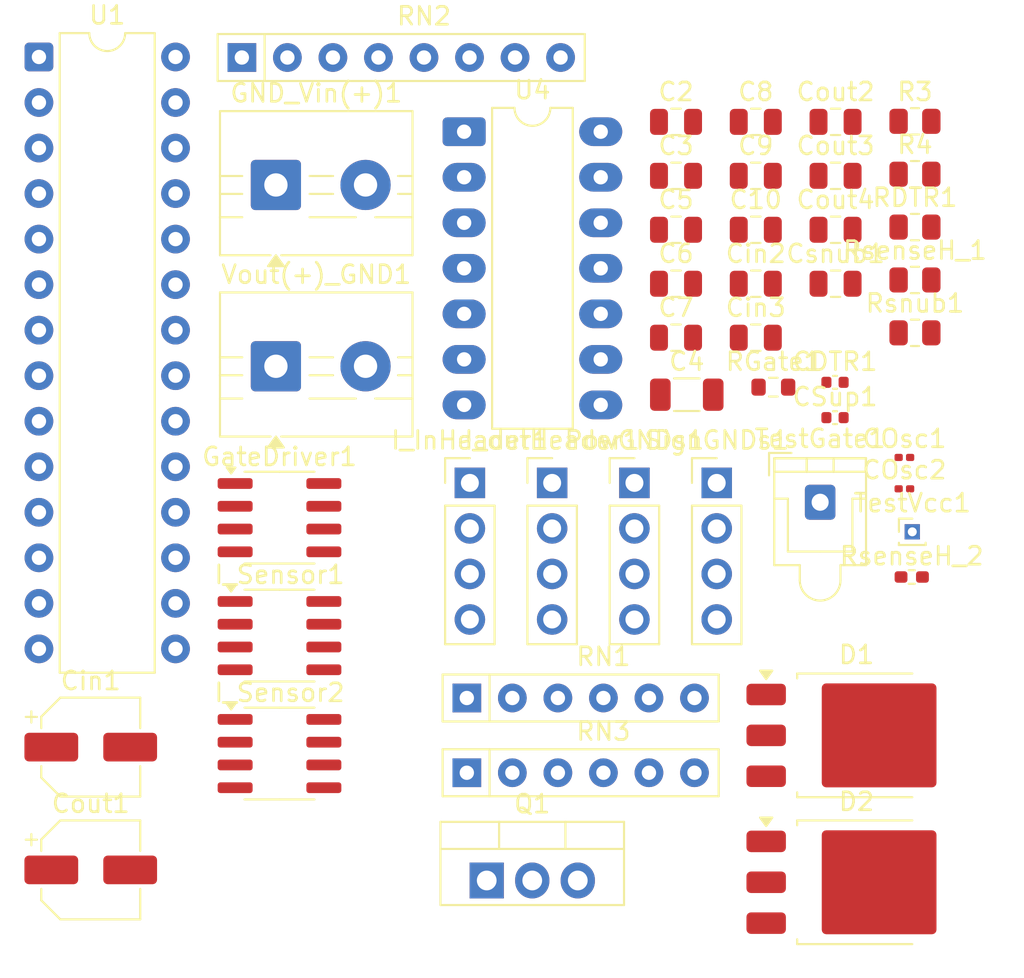
<source format=kicad_pcb>
(kicad_pcb (version 20241229) (generator "pcbnew") (generator_version "9.0")
  (layers (0 "F.Cu" signal) (2 "B.Cu" signal) (13 "F.Paste" user) (15 "B.Paste" user) (5 "F.SilkS" user "F.Silkscreen") (7 "B.SilkS" user "B.Silkscreen") (1 "F.Mask" user) (3 "B.Mask" user) (25 "Edge.Cuts" user))
  (net 0 "")
  (net 1 "/+5Vcc")
  (net 2 "AGND")
  (net 3 "Net-(I_Sensor1-FILTER)")
  (net 4 "PGND")
  (net 5 "/+10Vcc")
  (net 6 "Net-(I_Sensor2-FILTER)")
  (net 7 "Net-(MAX6765-ENABLE)")
  (net 8 "Net-(MAX6765-OUT)")
  (net 9 "/DTR")
  (net 10 "/!Reset")
  (net 11 "Net-(D1-A)")
  (net 12 "/Vin(+)")
  (net 13 "Net-(U1-XTAL2{slash}PB7)")
  (net 14 "Net-(U1-XTAL1{slash}PB6)")
  (net 15 "Net-(D2-K)")
  (net 16 "Net-(T1-SA)")
  (net 17 "Net-(D1-K)")
  (net 18 "Net-(D2-A)")
  (net 20 "/PWM")
  (net 22 "Net-(GateDriver1-~{OUT_A})")
  (net 25 "Net-(I_outHeader1-Pin_1)")
  (net 26 "Net-(T1-AA)")
  (net 27 "/IH")
  (net 28 "/IL")
  (net 29 "Net-(Q1-G)")
  (net 30 "Net-(UC3836D1-Feedback)")
  (net 37 "/Red1")
  (net 38 "/Green1")
  (net 39 "Net-(D3-A1)")
  (net 40 "Net-(D3-A2)")
  (net 41 "Net-(D4-A2)")
  (net 42 "/Red2")
  (net 43 "/Green2")
  (net 44 "Net-(D4-A1)")
  (net 51 "/VH")
  (net 53 "/VL")
  (net 54 "/SCLK")
  (net 58 "/!SS")
  (net 59 "/MOSI")
  (net 60 "/RXD")
  (net 62 "/TXD")
  (net 63 "/ProReset")
  (net 64 "/MISO")
  (footprint "Capacitor_SMD:C_0201_0603Metric" (layer "F.Cu") (at 130.235 68.525)
    (property "Reference" "COsc2" (at 0 -1.05 0) (layer "F.SilkS"))
    (property "Value" "22pF")
    (pad "1" smd roundrect (at -0.32 0) (size 0.46 0.4) (layers "F.Cu" "F.Mask") (net 2 "AGND"))
    (pad "2" smd roundrect (at 0.32 0) (size 0.46 0.4) (layers "F.Cu" "F.Mask") (net 14 "Net-(U1-XTAL1{slash}PB6)"))
  )
  (footprint "Capacitor_SMD:C_0805_2012Metric" (layer "F.Cu") (at 121.945 48.055)
    (property "Reference" "C8" (at 0 -1.68 0) (layer "F.SilkS"))
    (property "Value" "0.1u")
    (fp_line (start -0.261252 -0.735) (end 0.261252 -0.735) (stroke (width 0.12)) (layer "F.SilkS"))
    (fp_line (start -0.261252 0.735) (end 0.261252 0.735) (stroke (width 0.12)) (layer "F.SilkS"))
    (pad "1" smd roundrect (at -0.95 0) (size 1 1.45) (layers "F.Cu" "F.Mask" "F.Paste") (net 8 "Net-(MAX6765-OUT)"))
    (pad "2" smd roundrect (at 0.95 0) (size 1 1.45) (layers "F.Cu" "F.Mask" "F.Paste") (net 1 "/+5Vcc"))
  )
  (footprint "Capacitor_SMD:C_0805_2012Metric" (layer "F.Cu") (at 126.395 51.065)
    (property "Reference" "Cout3" (at 0 -1.68 0) (layer "F.SilkS"))
    (property "Value" "5u")
    (fp_line (start -0.261252 -0.735) (end 0.261252 -0.735) (stroke (width 0.12)) (layer "F.SilkS"))
    (fp_line (start -0.261252 0.735) (end 0.261252 0.735) (stroke (width 0.12)) (layer "F.SilkS"))
    (pad "1" smd roundrect (at -0.95 0) (size 1 1.45) (layers "F.Cu" "F.Mask" "F.Paste") (net 15 "Net-(D2-K)"))
    (pad "2" smd roundrect (at 0.95 0) (size 1 1.45) (layers "F.Cu" "F.Mask" "F.Paste") (net 16 "Net-(T1-SA)"))
  )
  (footprint "Capacitor_SMD:C_0201_0603Metric" (layer "F.Cu") (at 130.235 66.775)
    (property "Reference" "COsc1" (at 0 -1.05 0) (layer "F.SilkS"))
    (property "Value" "22pF")
    (pad "1" smd roundrect (at -0.32 0) (size 0.46 0.4) (layers "F.Cu" "F.Mask") (net 2 "AGND"))
    (pad "2" smd roundrect (at 0.32 0) (size 0.46 0.4) (layers "F.Cu" "F.Mask") (net 13 "Net-(U1-XTAL2{slash}PB7)"))
  )
  (footprint "Resistor_SMD:R_0805_2012Metric" (layer "F.Cu") (at 130.825 50.975)
    (property "Reference" "R4" (at 0 -1.65 0) (layer "F.SilkS"))
    (property "Value" "2.5k")
    (fp_line (start -0.227064 -0.735) (end 0.227064 -0.735) (stroke (width 0.12)) (layer "F.SilkS"))
    (fp_line (start -0.227064 0.735) (end 0.227064 0.735) (stroke (width 0.12)) (layer "F.SilkS"))
    (pad "1" smd roundrect (at -0.9125 0) (size 1.025 1.4) (layers "F.Cu" "F.Mask" "F.Paste") (roundrect_rratio 0.243902) (net 4 "PGND"))
    (pad "2" smd roundrect (at 0.9125 0) (size 1.025 1.4) (layers "F.Cu" "F.Mask" "F.Paste") (roundrect_rratio 0.243902) (net 30 "Net-(UC3836D1-Feedback)"))
  )
  (footprint "Capacitor_SMD:C_0805_2012Metric" (layer "F.Cu") (at 126.395 48.055)
    (property "Reference" "Cout2" (at 0 -1.68 0) (layer "F.SilkS"))
    (property "Value" "5u")
    (fp_line (start -0.261252 -0.735) (end 0.261252 -0.735) (stroke (width 0.12)) (layer "F.SilkS"))
    (fp_line (start -0.261252 0.735) (end 0.261252 0.735) (stroke (width 0.12)) (layer "F.SilkS"))
    (pad "1" smd roundrect (at -0.95 0) (size 1 1.45) (layers "F.Cu" "F.Mask" "F.Paste") (net 15 "Net-(D2-K)"))
    (pad "2" smd roundrect (at 0.95 0) (size 1 1.45) (layers "F.Cu" "F.Mask" "F.Paste") (net 16 "Net-(T1-SA)"))
  )
  (footprint "Resistor_SMD:R_0805_2012Metric" (layer "F.Cu") (at 130.825 53.925)
    (property "Reference" "RDTR1" (at 0 -1.65 0) (layer "F.SilkS"))
    (property "Value" "10k")
    (fp_line (start -0.227064 -0.735) (end 0.227064 -0.735) (stroke (width 0.12)) (layer "F.SilkS"))
    (fp_line (start -0.227064 0.735) (end 0.227064 0.735) (stroke (width 0.12)) (layer "F.SilkS"))
    (pad "1" smd roundrect (at -0.9125 0) (size 1.025 1.4) (layers "F.Cu" "F.Mask" "F.Paste") (roundrect_rratio 0.243902) (net 10 "/!Reset"))
    (pad "2" smd roundrect (at 0.9125 0) (size 1.025 1.4) (layers "F.Cu" "F.Mask" "F.Paste") (roundrect_rratio 0.243902) (net 1 "/+5Vcc"))
  )
  (footprint "Capacitor_SMD:C_0805_2012Metric" (layer "F.Cu") (at 121.945 57.085)
    (property "Reference" "Cin2" (at 0 -1.68 0) (layer "F.SilkS"))
    (property "Value" "5u")
    (fp_line (start -0.261252 -0.735) (end 0.261252 -0.735) (stroke (width 0.12)) (layer "F.SilkS"))
    (fp_line (start -0.261252 0.735) (end 0.261252 0.735) (stroke (width 0.12)) (layer "F.SilkS"))
    (pad "1" smd roundrect (at -0.95 0) (size 1 1.45) (layers "F.Cu" "F.Mask" "F.Paste") (net 12 "/Vin(+)"))
    (pad "2" smd roundrect (at 0.95 0) (size 1 1.45) (layers "F.Cu" "F.Mask" "F.Paste") (net 11 "Net-(D1-A)"))
  )
  (footprint "Capacitor_SMD:C_0805_2012Metric" (layer "F.Cu") (at 126.395 54.075)
    (property "Reference" "Cout4" (at 0 -1.68 0) (layer "F.SilkS"))
    (property "Value" "5u")
    (fp_line (start -0.261252 -0.735) (end 0.261252 -0.735) (stroke (width 0.12)) (layer "F.SilkS"))
    (fp_line (start -0.261252 0.735) (end 0.261252 0.735) (stroke (width 0.12)) (layer "F.SilkS"))
    (pad "1" smd roundrect (at -0.95 0) (size 1 1.45) (layers "F.Cu" "F.Mask" "F.Paste") (net 15 "Net-(D2-K)"))
    (pad "2" smd roundrect (at 0.95 0) (size 1 1.45) (layers "F.Cu" "F.Mask" "F.Paste") (net 16 "Net-(T1-SA)"))
  )
  (footprint "Package_SO:SOIC-8_3.9x4.9mm_P1.27mm" (layer "F.Cu") (at 95.375 83.295)
    (property "Reference" "I_Sensor2" (at 0 -3.4 0) (layer "F.SilkS"))
    (property "Value" "ACS712xLCTR-05B")
    (fp_line (start 0 -2.56) (end -1.95 -2.56) (stroke (width 0.12)) (layer "F.SilkS"))
    (fp_line (start 0 -2.56) (end 1.95 -2.56) (stroke (width 0.12)) (layer "F.SilkS"))
    (fp_line (start 0 2.56) (end -1.95 2.56) (stroke (width 0.12)) (layer "F.SilkS"))
    (fp_line (start 0 2.56) (end 1.95 2.56) (stroke (width 0.12)) (layer "F.SilkS"))
    (fp_poly (pts (xy -2.7 -2.465) (xy -2.94 -2.795) (xy -2.46 -2.795)) (stroke (width 0.12)) (fill yes) (layer "F.SilkS"))
    (pad "1" smd roundrect (at -2.475 -1.905) (size 1.95 0.6) (layers "F.Cu" "F.Mask" "F.Paste") (net 25 "Net-(I_outHeader1-Pin_1)"))
    (pad "2" smd roundrect (at -2.475 -0.635) (size 1.95 0.6) (layers "F.Cu" "F.Mask" "F.Paste") (net 25 "Net-(I_outHeader1-Pin_1)"))
    (pad "3" smd roundrect (at -2.475 0.635) (size 1.95 0.6) (layers "F.Cu" "F.Mask" "F.Paste") (net 18 "Net-(D2-A)"))
    (pad "4" smd roundrect (at -2.475 1.905) (size 1.95 0.6) (layers "F.Cu" "F.Mask" "F.Paste") (net 18 "Net-(D2-A)"))
    (pad "5" smd roundrect (at 2.475 1.905) (size 1.95 0.6) (layers "F.Cu" "F.Mask" "F.Paste") (net 2 "AGND"))
    (pad "6" smd roundrect (at 2.475 0.635) (size 1.95 0.6) (layers "F.Cu" "F.Mask" "F.Paste") (net 6 "Net-(I_Sensor2-FILTER)"))
    (pad "7" smd roundrect (at 2.475 -0.635) (size 1.95 0.6) (layers "F.Cu" "F.Mask" "F.Paste") (net 28 "/IL"))
    (pad "8" smd roundrect (at 2.475 -1.905) (size 1.95 0.6) (layers "F.Cu" "F.Mask" "F.Paste") (net 1 "/+5Vcc"))
  )
  (footprint "Package_SO:SOIC-8_3.9x4.9mm_P1.27mm" (layer "F.Cu") (at 95.375 70.135)
    (property "Reference" "GateDriver1" (at 0 -3.4 0) (layer "F.SilkS"))
    (property "Value" "TC4426xOA")
    (fp_line (start 0 -2.56) (end -1.95 -2.56) (stroke (width 0.12)) (layer "F.SilkS"))
    (fp_line (start 0 -2.56) (end 1.95 -2.56) (stroke (width 0.12)) (layer "F.SilkS"))
    (fp_line (start 0 2.56) (end -1.95 2.56) (stroke (width 0.12)) (layer "F.SilkS"))
    (fp_line (start 0 2.56) (end 1.95 2.56) (stroke (width 0.12)) (layer "F.SilkS"))
    (fp_poly (pts (xy -2.7 -2.465) (xy -2.94 -2.795) (xy -2.46 -2.795)) (stroke (width 0.12)) (fill yes) (layer "F.SilkS"))
    (pad "1" smd roundrect (at -2.475 -1.905) (size 1.95 0.6) (layers "F.Cu" "F.Mask" "F.Paste"))
    (pad "2" smd roundrect (at -2.475 -0.635) (size 1.95 0.6) (layers "F.Cu" "F.Mask" "F.Paste") (net 20 "/PWM"))
    (pad "3" smd roundrect (at -2.475 0.635) (size 1.95 0.6) (layers "F.Cu" "F.Mask" "F.Paste") (net 4 "PGND"))
    (pad "4" smd roundrect (at -2.475 1.905) (size 1.95 0.6) (layers "F.Cu" "F.Mask" "F.Paste"))
    (pad "5" smd roundrect (at 2.475 1.905) (size 1.95 0.6) (layers "F.Cu" "F.Mask" "F.Paste"))
    (pad "6" smd roundrect (at 2.475 0.635) (size 1.95 0.6) (layers "F.Cu" "F.Mask" "F.Paste") (net 5 "/+10Vcc"))
    (pad "7" smd roundrect (at 2.475 -0.635) (size 1.95 0.6) (layers "F.Cu" "F.Mask" "F.Paste") (net 22 "Net-(GateDriver1-~{OUT_A})"))
    (pad "8" smd roundrect (at 2.475 -1.905) (size 1.95 0.6) (layers "F.Cu" "F.Mask" "F.Paste"))
  )
  (footprint "Connector_PinHeader_1.00mm:PinHeader_1x01_P1.00mm_Vertical" (layer "F.Cu") (at 130.675 70.925)
    (property "Reference" "TestVcc1" (at 0 -1.61 0) (layer "F.SilkS"))
    (property "Value" "Conn_01x01_Pin")
    (fp_line (start -0.745 -0.735) (end 0 -0.735) (stroke (width 0.12)) (layer "F.SilkS"))
    (fp_line (start -0.745 0) (end -0.745 -0.735) (stroke (width 0.12)) (layer "F.SilkS"))
    (fp_line (start -0.745 0.735) (end -0.745 0.61) (stroke (width 0.12)) (layer "F.SilkS"))
    (fp_line (start -0.745 0.735) (end -0.685565 0.735) (stroke (width 0.12)) (layer "F.SilkS"))
    (fp_line (start -0.745 0.735) (end 0.745 0.735) (stroke (width 0.12)) (layer "F.SilkS"))
    (fp_line (start 0.685565 0.735) (end 0.745 0.735) (stroke (width 0.12)) (layer "F.SilkS"))
    (fp_line (start 0.745 0.735) (end 0.745 0.61) (stroke (width 0.12)) (layer "F.SilkS"))
    (pad "1" thru_hole rect (at 0 0) (size 0.85 0.85) (drill 0.5) (layers "*.Cu" "*.Mask") (net 1 "/+5Vcc"))
  )
  (footprint "Capacitor_SMD:CP_Elec_5x4.5" (layer "F.Cu") (at 84.845 82.935)
    (property "Reference" "Cin1" (at 0 -3.7 0) (layer "F.SilkS"))
    (property "Value" "10u")
    (fp_line (start -3.625 -1.685) (end -3 -1.685) (stroke (width 0.12)) (layer "F.SilkS"))
    (fp_line (start -3.3125 -1.9975) (end -3.3125 -1.3725) (stroke (width 0.12)) (layer "F.SilkS"))
    (fp_line (start -2.76 -1.695563) (end -2.76 -1.06) (stroke (width 0.12)) (layer "F.SilkS"))
    (fp_line (start -2.76 -1.695563) (end -1.695563 -2.76) (stroke (width 0.12)) (layer "F.SilkS"))
    (fp_line (start -2.76 1.695563) (end -2.76 1.06) (stroke (width 0.12)) (layer "F.SilkS"))
    (fp_line (start -2.76 1.695563) (end -1.695563 2.76) (stroke (width 0.12)) (layer "F.SilkS"))
    (fp_line (start -1.695563 -2.76) (end 2.76 -2.76) (stroke (width 0.12)) (layer "F.SilkS"))
    (fp_line (start -1.695563 2.76) (end 2.76 2.76) (stroke (width 0.12)) (layer "F.SilkS"))
    (fp_line (start 2.76 -2.76) (end 2.76 -1.06) (stroke (width 0.12)) (layer "F.SilkS"))
    (fp_line (start 2.76 2.76) (end 2.76 1.06) (stroke (width 0.12)) (layer "F.SilkS"))
    (pad "1" smd roundrect (at -2.2 0) (size 3 1.6) (layers "F.Cu" "F.Mask" "F.Paste") (roundrect_rratio 0.15625) (net 12 "/Vin(+)"))
    (pad "2" smd roundrect (at 2.2 0) (size 3 1.6) (layers "F.Cu" "F.Mask" "F.Paste") (roundrect_rratio 0.15625) (net 11 "Net-(D1-A)"))
  )
  (footprint "Package_TO_SOT_SMD:TO-252-3_TabPin2" (layer "F.Cu") (at 127.565 90.475)
    (property "Reference" "D2" (at 0 -4.5 0) (layer "F.SilkS"))
    (property "Value" "D")
    (fp_line (start -3.31 -3.45) (end -3.31 -3.18) (stroke (width 0.12)) (layer "F.SilkS"))
    (fp_line (start -3.31 3.45) (end -3.31 3.18) (stroke (width 0.12)) (layer "F.SilkS"))
    (fp_line (start 3.11 -3.45) (end -3.31 -3.45) (stroke (width 0.12)) (layer "F.SilkS"))
    (fp_line (start 3.11 3.45) (end -3.31 3.45) (stroke (width 0.12)) (layer "F.SilkS"))
    (fp_poly (pts (xy -5.04 -3.14) (xy -5.38 -3.61) (xy -4.7 -3.61)) (stroke (width 0.12)) (fill yes) (layer "F.SilkS"))
    (pad "1" smd roundrect (at -5.04 -2.28) (size 2.2 1.2) (layers "F.Cu" "F.Mask" "F.Paste") (roundrect_rratio 0.208333) (net 15 "Net-(D2-K)"))
    (pad "2" smd roundrect (at -5.04 0) (size 2.2 1.2) (layers "F.Cu" "F.Mask" "F.Paste") (roundrect_rratio 0.208333) (net 18 "Net-(D2-A)"))
    (pad "2" smd roundrect (at 1.26 0) (size 6.4 5.8) (layers "F.Cu" "F.Mask") (roundrect_rratio 0.043103) (net 18 "Net-(D2-A)"))
    (pad "3" smd roundrect (at -5.04 2.28) (size 2.2 1.2) (layers "F.Cu" "F.Mask" "F.Paste") (roundrect_rratio 0.208333))
  )
  (footprint "Package_DIP:DIP-14_W7.62mm_LongPads" (layer "F.Cu") (at 105.675 48.605)
    (property "Reference" "U4" (at 3.81 -2.33 0) (layer "F.SilkS"))
    (property "Value" "74HC02")
    (fp_line (start 1.56 -1.33) (end 1.56 16.57) (stroke (width 0.12)) (layer "F.SilkS"))
    (fp_line (start 1.56 16.57) (end 6.06 16.57) (stroke (width 0.12)) (layer "F.SilkS"))
    (fp_line (start 2.81 -1.33) (end 1.56 -1.33) (stroke (width 0.12)) (layer "F.SilkS"))
    (fp_line (start 6.06 -1.33) (end 4.81 -1.33) (stroke (width 0.12)) (layer "F.SilkS"))
    (fp_line (start 6.06 16.57) (end 6.06 -1.33) (stroke (width 0.12)) (layer "F.SilkS"))
    (fp_arc (start 4.81 -1.33) (mid 3.81 -0.33) (end 2.81 -1.33) (stroke (width 0.12)) (layer "F.SilkS"))
    (pad "1" thru_hole roundrect (at 0 0) (size 2.4 1.6) (drill 0.8) (layers "*.Cu" "*.Mask") (roundrect_rratio 0.15625))
    (pad "2" thru_hole oval (at 0 2.54) (size 2.4 1.6) (drill 0.8) (layers "*.Cu" "*.Mask"))
    (pad "3" thru_hole oval (at 0 5.08) (size 2.4 1.6) (drill 0.8) (layers "*.Cu" "*.Mask"))
    (pad "4" thru_hole oval (at 0 7.62) (size 2.4 1.6) (drill 0.8) (layers "*.Cu" "*.Mask"))
    (pad "5" thru_hole oval (at 0 10.16) (size 2.4 1.6) (drill 0.8) (layers "*.Cu" "*.Mask"))
    (pad "6" thru_hole oval (at 0 12.7) (size 2.4 1.6) (drill 0.8) (layers "*.Cu" "*.Mask"))
    (pad "7" thru_hole oval (at 0 15.24) (size 2.4 1.6) (drill 0.8) (layers "*.Cu" "*.Mask"))
    (pad "8" thru_hole oval (at 7.62 15.24) (size 2.4 1.6) (drill 0.8) (layers "*.Cu" "*.Mask"))
    (pad "9" thru_hole oval (at 7.62 12.7) (size 2.4 1.6) (drill 0.8) (layers "*.Cu" "*.Mask"))
    (pad "10" thru_hole oval (at 7.62 10.16) (size 2.4 1.6) (drill 0.8) (layers "*.Cu" "*.Mask"))
    (pad "11" thru_hole oval (at 7.62 7.62) (size 2.4 1.6) (drill 0.8) (layers "*.Cu" "*.Mask"))
    (pad "12" thru_hole oval (at 7.62 5.08) (size 2.4 1.6) (drill 0.8) (layers "*.Cu" "*.Mask"))
    (pad "13" thru_hole oval (at 7.62 2.54) (size 2.4 1.6) (drill 0.8) (layers "*.Cu" "*.Mask"))
    (pad "14" thru_hole oval (at 7.62 0) (size 2.4 1.6) (drill 0.8) (layers "*.Cu" "*.Mask"))
  )
  (footprint "Resistor_THT:R_Array_SIP6" (layer "F.Cu") (at 105.825 80.195)
    (property "Reference" "RN1" (at 7.62 -2.31 0) (layer "F.SilkS"))
    (property "Value" "R_Network05")
    (fp_line (start -1.35 -1.31) (end -1.35 1.31) (stroke (width 0.12)) (layer "F.SilkS"))
    (fp_line (start -1.35 1.31) (end 14.05 1.31) (stroke (width 0.12)) (layer "F.SilkS"))
    (fp_line (start 1.27 -1.31) (end 1.27 1.31) (stroke (width 0.12)) (layer "F.SilkS"))
    (fp_line (start 14.05 -1.31) (end -1.35 -1.31) (stroke (width 0.12)) (layer "F.SilkS"))
    (fp_line (start 14.05 1.31) (end 14.05 -1.31) (stroke (width 0.12)) (layer "F.SilkS"))
    (pad "1" thru_hole rect (at 0 0) (size 1.6 1.6) (drill 0.8) (layers "*.Cu" "*.Mask"))
    (pad "2" thru_hole circle (at 2.54 0) (size 1.6 1.6) (drill 0.8) (layers "*.Cu" "*.Mask"))
    (pad "3" thru_hole circle (at 5.08 0) (size 1.6 1.6) (drill 0.8) (layers "*.Cu" "*.Mask"))
    (pad "4" thru_hole circle (at 7.62 0) (size 1.6 1.6) (drill 0.8) (layers "*.Cu" "*.Mask"))
    (pad "5" thru_hole circle (at 10.16 0) (size 1.6 1.6) (drill 0.8) (layers "*.Cu" "*.Mask"))
    (pad "6" thru_hole circle (at 12.7 0) (size 1.6 1.6) (drill 0.8) (layers "*.Cu" "*.Mask"))
  )
  (footprint "Resistor_THT:R_Array_SIP8" (layer "F.Cu") (at 93.275 44.465)
    (property "Reference" "RN2" (at 10.16 -2.31 0) (layer "F.SilkS"))
    (property "Value" "R_Pack04_SIP")
    (fp_line (start -1.35 -1.31) (end -1.35 1.31) (stroke (width 0.12)) (layer "F.SilkS"))
    (fp_line (start -1.35 1.31) (end 19.13 1.31) (stroke (width 0.12)) (layer "F.SilkS"))
    (fp_line (start 1.27 -1.31) (end 1.27 1.31) (stroke (width 0.12)) (layer "F.SilkS"))
    (fp_line (start 19.13 -1.31) (end -1.35 -1.31) (stroke (width 0.12)) (layer "F.SilkS"))
    (fp_line (start 19.13 1.31) (end 19.13 -1.31) (stroke (width 0.12)) (layer "F.SilkS"))
    (pad "1" thru_hole rect (at 0 0) (size 1.6 1.6) (drill 0.8) (layers "*.Cu" "*.Mask") (net 37 "/Red1"))
    (pad "2" thru_hole circle (at 2.54 0) (size 1.6 1.6) (drill 0.8) (layers "*.Cu" "*.Mask") (net 39 "Net-(D3-A1)"))
    (pad "3" thru_hole circle (at 5.08 0) (size 1.6 1.6) (drill 0.8) (layers "*.Cu" "*.Mask") (net 38 "/Green1"))
    (pad "4" thru_hole circle (at 7.62 0) (size 1.6 1.6) (drill 0.8) (layers "*.Cu" "*.Mask") (net 40 "Net-(D3-A2)"))
    (pad "5" thru_hole circle (at 10.16 0) (size 1.6 1.6) (drill 0.8) (layers "*.Cu" "*.Mask") (net 42 "/Red2"))
    (pad "6" thru_hole circle (at 12.7 0) (size 1.6 1.6) (drill 0.8) (layers "*.Cu" "*.Mask") (net 44 "Net-(D4-A1)"))
    (pad "7" thru_hole circle (at 15.24 0) (size 1.6 1.6) (drill 0.8) (layers "*.Cu" "*.Mask") (net 43 "/Green2"))
    (pad "8" thru_hole circle (at 17.78 0) (size 1.6 1.6) (drill 0.8) (layers "*.Cu" "*.Mask") (net 41 "Net-(D4-A2)"))
  )
  (footprint "Resistor_SMD:R_0805_2012Metric" (layer "F.Cu") (at 130.825 59.825)
    (property "Reference" "Rsnub1" (at 0 -1.65 0) (layer "F.SilkS"))
    (property "Value" "110")
    (fp_line (start -0.227064 -0.735) (end 0.227064 -0.735) (stroke (width 0.12)) (layer "F.SilkS"))
    (fp_line (start -0.227064 0.735) (end 0.227064 0.735) (stroke (width 0.12)) (layer "F.SilkS"))
    (pad "1" smd roundrect (at -0.9125 0) (size 1.025 1.4) (layers "F.Cu" "F.Mask" "F.Paste") (roundrect_rratio 0.243902) (net 12 "/Vin(+)"))
    (pad "2" smd roundrect (at 0.9125 0) (size 1.025 1.4) (layers "F.Cu" "F.Mask" "F.Paste") (roundrect_rratio 0.243902) (net 17 "Net-(D1-K)"))
  )
  (footprint "Capacitor_SMD:C_0805_2012Metric" (layer "F.Cu") (at 121.945 51.065)
    (property "Reference" "C9" (at 0 -1.68 0) (layer "F.SilkS"))
    (property "Value" "10u")
    (fp_line (start -0.261252 -0.735) (end 0.261252 -0.735) (stroke (width 0.12)) (layer "F.SilkS"))
    (fp_line (start -0.261252 0.735) (end 0.261252 0.735) (stroke (width 0.12)) (layer "F.SilkS"))
    (pad "1" smd roundrect (at -0.95 0) (size 1 1.45) (layers "F.Cu" "F.Mask" "F.Paste") (net 4 "PGND"))
    (pad "2" smd roundrect (at 0.95 0) (size 1 1.45) (layers "F.Cu" "F.Mask" "F.Paste") (net 5 "/+10Vcc"))
  )
  (footprint "Connector_PinHeader_2.54mm:PinHeader_1x04_P2.54mm_Vertical" (layer "F.Cu") (at 105.995 68.195)
    (property "Reference" "I_InHeader1" (at 0 -2.38 0) (layer "F.SilkS"))
    (property "Value" "Conn_01x04_Pin")
    (fp_line (start -1.38 -1.38) (end 0 -1.38) (stroke (width 0.12)) (layer "F.SilkS"))
    (fp_line (start -1.38 0) (end -1.38 -1.38) (stroke (width 0.12)) (layer "F.SilkS"))
    (fp_line (start -1.38 1.27) (end -1.38 9) (stroke (width 0.12)) (layer "F.SilkS"))
    (fp_line (start -1.38 1.27) (end 1.38 1.27) (stroke (width 0.12)) (layer "F.SilkS"))
    (fp_line (start -1.38 9) (end 1.38 9) (stroke (width 0.12)) (layer "F.SilkS"))
    (fp_line (start 1.38 1.27) (end 1.38 9) (stroke (width 0.12)) (layer "F.SilkS"))
    (pad "1" thru_hole rect (at 0 0) (size 1.7 1.7) (drill 1) (layers "*.Cu" "*.Mask") (net 12 "/Vin(+)"))
    (pad "2" thru_hole circle (at 0 2.54) (size 1.7 1.7) (drill 1) (layers "*.Cu" "*.Mask") (net 12 "/Vin(+)"))
    (pad "3" thru_hole circle (at 0 5.08) (size 1.7 1.7) (drill 1) (layers "*.Cu" "*.Mask") (net 12 "/Vin(+)"))
    (pad "4" thru_hole circle (at 0 7.62) (size 1.7 1.7) (drill 1) (layers "*.Cu" "*.Mask") (net 12 "/Vin(+)"))
  )
  (footprint "Capacitor_SMD:C_0805_2012Metric" (layer "F.Cu") (at 117.495 60.095)
    (property "Reference" "C7" (at 0 -1.68 0) (layer "F.SilkS"))
    (property "Value" "10u")
    (fp_line (start -0.261252 -0.735) (end 0.261252 -0.735) (stroke (width 0.12)) (layer "F.SilkS"))
    (fp_line (start -0.261252 0.735) (end 0.261252 0.735) (stroke (width 0.12)) (layer "F.SilkS"))
    (pad "1" smd roundrect (at -0.95 0) (size 1 1.45) (layers "F.Cu" "F.Mask" "F.Paste") (net 7 "Net-(MAX6765-ENABLE)"))
    (pad "2" smd roundrect (at 0.95 0) (size 1 1.45) (layers "F.Cu" "F.Mask" "F.Paste") (net 5 "/+10Vcc"))
  )
  (footprint "Capacitor_SMD:C_0805_2012Metric" (layer "F.Cu") (at 126.395 57.085)
    (property "Reference" "Csnub1" (at 0 -1.68 0) (layer "F.SilkS"))
    (property "Value" "4n")
    (fp_line (start -0.261252 -0.735) (end 0.261252 -0.735) (stroke (width 0.12)) (layer "F.SilkS"))
    (fp_line (start -0.261252 0.735) (end 0.261252 0.735) (stroke (width 0.12)) (layer "F.SilkS"))
    (pad "1" smd roundrect (at -0.95 0) (size 1 1.45) (layers "F.Cu" "F.Mask" "F.Paste") (net 12 "/Vin(+)"))
    (pad "2" smd roundrect (at 0.95 0) (size 1 1.45) (layers "F.Cu" "F.Mask" "F.Paste") (net 17 "Net-(D1-K)"))
  )
  (footprint "Capacitor_SMD:CP_Elec_5x4.5" (layer "F.Cu") (at 84.845 89.785)
    (property "Reference" "Cout1" (at 0 -3.7 0) (layer "F.SilkS"))
    (property "Value" "15u")
    (fp_line (start -3.625 -1.685) (end -3 -1.685) (stroke (width 0.12)) (layer "F.SilkS"))
    (fp_line (start -3.3125 -1.9975) (end -3.3125 -1.3725) (stroke (width 0.12)) (layer "F.SilkS"))
    (fp_line (start -2.76 -1.695563) (end -2.76 -1.06) (stroke (width 0.12)) (layer "F.SilkS"))
    (fp_line (start -2.76 -1.695563) (end -1.695563 -2.76) (stroke (width 0.12)) (layer "F.SilkS"))
    (fp_line (start -2.76 1.695563) (end -2.76 1.06) (stroke (width 0.12)) (layer "F.SilkS"))
    (fp_line (start -2.76 1.695563) (end -1.695563 2.76) (stroke (width 0.12)) (layer "F.SilkS"))
    (fp_line (start -1.695563 -2.76) (end 2.76 -2.76) (stroke (width 0.12)) (layer "F.SilkS"))
    (fp_line (start -1.695563 2.76) (end 2.76 2.76) (stroke (width 0.12)) (layer "F.SilkS"))
    (fp_line (start 2.76 -2.76) (end 2.76 -1.06) (stroke (width 0.12)) (layer "F.SilkS"))
    (fp_line (start 2.76 2.76) (end 2.76 1.06) (stroke (width 0.12)) (layer "F.SilkS"))
    (pad "1" smd roundrect (at -2.2 0) (size 3 1.6) (layers "F.Cu" "F.Mask" "F.Paste") (roundrect_rratio 0.15625) (net 15 "Net-(D2-K)"))
    (pad "2" smd roundrect (at 2.2 0) (size 3 1.6) (layers "F.Cu" "F.Mask" "F.Paste") (roundrect_rratio 0.15625) (net 16 "Net-(T1-SA)"))
  )
  (footprint "Capacitor_SMD:C_0402_1005Metric" (layer "F.Cu") (at 126.365 64.555)
    (property "Reference" "CSup1" (at 0 -1.16 0) (layer "F.SilkS"))
    (property "Value" "1uF")
    (fp_line (start -0.107836 -0.36) (end 0.107836 -0.36) (stroke (width 0.12)) (layer "F.SilkS"))
    (fp_line (start -0.107836 0.36) (end 0.107836 0.36) (stroke (width 0.12)) (layer "F.SilkS"))
    (pad "1" smd roundrect (at -0.48 0) (size 0.56 0.62) (layers "F.Cu" "F.Mask" "F.Paste") (net 1 "/+5Vcc"))
    (pad "2" smd roundrect (at 0.48 0) (size 0.56 0.62) (layers "F.Cu" "F.Mask" "F.Paste") (net 4 "PGND"))
  )
  (footprint "Capacitor_SMD:C_0805_2012Metric" (layer "F.Cu") (at 117.495 48.055)
    (property "Reference" "C2" (at 0 -1.68 0) (layer "F.SilkS"))
    (property "Value" "0.1u")
    (fp_line (start -0.261252 -0.735) (end 0.261252 -0.735) (stroke (width 0.12)) (layer "F.SilkS"))
    (fp_line (start -0.261252 0.735) (end 0.261252 0.735) (stroke (width 0.12)) (layer "F.SilkS"))
    (pad "1" smd roundrect (at -0.95 0) (size 1 1.45) (layers "F.Cu" "F.Mask" "F.Paste") (net 1 "/+5Vcc"))
    (pad "2" smd roundrect (at 0.95 0) (size 1 1.45) (layers "F.Cu" "F.Mask" "F.Paste") (net 2 "AGND"))
  )
  (footprint "Capacitor_SMD:C_0805_2012Metric" (layer "F.Cu") (at 117.495 54.075)
    (property "Reference" "C5" (at 0 -1.68 0) (layer "F.SilkS"))
    (property "Value" "0.1u")
    (fp_line (start -0.261252 -0.735) (end 0.261252 -0.735) (stroke (width 0.12)) (layer "F.SilkS"))
    (fp_line (start -0.261252 0.735) (end 0.261252 0.735) (stroke (width 0.12)) (layer "F.SilkS"))
    (pad "1" smd roundrect (at -0.95 0) (size 1 1.45) (layers "F.Cu" "F.Mask" "F.Paste") (net 1 "/+5Vcc"))
    (pad "2" smd roundrect (at 0.95 0) (size 1 1.45) (layers "F.Cu" "F.Mask" "F.Paste") (net 2 "AGND"))
  )
  (footprint "Connector_PinHeader_2.54mm:PinHeader_1x04_P2.54mm_Vertical" (layer "F.Cu") (at 115.175 68.195)
    (property "Reference" "PowGNDs1" (at 0 -2.38 0) (layer "F.SilkS"))
    (property "Value" "Conn_01x04_Pin")
    (fp_line (start -1.38 -1.38) (end 0 -1.38) (stroke (width 0.12)) (layer "F.SilkS"))
    (fp_line (start -1.38 0) (end -1.38 -1.38) (stroke (width 0.12)) (layer "F.SilkS"))
    (fp_line (start -1.38 1.27) (end -1.38 9) (stroke (width 0.12)) (layer "F.SilkS"))
    (fp_line (start -1.38 1.27) (end 1.38 1.27) (stroke (width 0.12)) (layer "F.SilkS"))
    (fp_line (start -1.38 9) (end 1.38 9) (stroke (width 0.12)) (layer "F.SilkS"))
    (fp_line (start 1.38 1.27) (end 1.38 9) (stroke (width 0.12)) (layer "F.SilkS"))
    (pad "1" thru_hole rect (at 0 0) (size 1.7 1.7) (drill 1) (layers "*.Cu" "*.Mask") (net 4 "PGND"))
    (pad "2" thru_hole circle (at 0 2.54) (size 1.7 1.7) (drill 1) (layers "*.Cu" "*.Mask") (net 4 "PGND"))
    (pad "3" thru_hole circle (at 0 5.08) (size 1.7 1.7) (drill 1) (layers "*.Cu" "*.Mask") (net 4 "PGND"))
    (pad "4" thru_hole circle (at 0 7.62) (size 1.7 1.7) (drill 1) (layers "*.Cu" "*.Mask") (net 4 "PGND"))
  )
  (footprint "Connector_JST:JST_XH_B1B-XH-AM_1x01_P2.50mm_Vertical" (layer "F.Cu") (at 125.535 69.275)
    (property "Reference" "TestGate1" (at 0 -3.55 0) (layer "F.SilkS"))
    (property "Value" "Conn_01x01_Pin")
    (fp_line (start -2.85 -2.75) (end -2.85 -1.5) (stroke (width 0.12)) (layer "F.SilkS"))
    (fp_line (start -2.56 -2.46) (end 2.56 -2.46) (stroke (width 0.12)) (layer "F.SilkS"))
    (fp_line (start -2.56 3.51) (end -2.56 -2.46) (stroke (width 0.12)) (layer "F.SilkS"))
    (fp_line (start -2.55 -2.45) (end -2.55 -1.7) (stroke (width 0.12)) (layer "F.SilkS"))
    (fp_line (start -2.55 -1.7) (end -0.75 -1.7) (stroke (width 0.12)) (layer "F.SilkS"))
    (fp_line (start -2.55 -0.2) (end -1.8 -0.2) (stroke (width 0.12)) (layer "F.SilkS"))
    (fp_line (start -1.8 -0.2) (end -1.8 2.75) (stroke (width 0.12)) (layer "F.SilkS"))
    (fp_line (start -1.8 2.75) (end 0 2.75) (stroke (width 0.12)) (layer "F.SilkS"))
    (fp_line (start -1.6 -2.75) (end -2.85 -2.75) (stroke (width 0.12)) (layer "F.SilkS"))
    (fp_line (start -1.135 3.51) (end -2.56 3.51) (stroke (width 0.12)) (layer "F.SilkS"))
    (fp_line (start -1.135 4.35) (end -1.135 3.51) (stroke (width 0.12)) (layer "F.SilkS"))
    (fp_line (start -0.75 -2.45) (end -2.55 -2.45) (stroke (width 0.12)) (layer "F.SilkS"))
    (fp_line (start -0.75 -2.45) (end 0.75 -2.45) (stroke (width 0.12)) (layer "F.SilkS"))
    (fp_line (start -0.75 -1.7) (end -0.75 -2.45) (stroke (width 0.12)) (layer "F.SilkS"))
    (fp_line (start -0.75 -1.7) (end -0.75 -2.45) (stroke (width 0.12)) (layer "F.SilkS"))
    (fp_line (start 0.75 -2.45) (end 0.75 -1.7) (stroke (width 0.12)) (layer "F.SilkS"))
    (fp_line (start 0.75 -2.45) (end 0.75 -1.7) (stroke (width 0.12)) (layer "F.SilkS"))
    (fp_line (start 0.75 -1.7) (end -0.75 -1.7) (stroke (width 0.12)) (layer "F.SilkS"))
    (fp_line (start 0.75 -1.7) (end 2.55 -1.7) (stroke (width 0.12)) (layer "F.SilkS"))
    (fp_line (start 1.135 3.51) (end 1.135 4.35) (stroke (width 0.12)) (layer "F.SilkS"))
    (fp_line (start 1.8 -0.2) (end 1.8 2.75) (stroke (width 0.12)) (layer "F.SilkS"))
    (fp_line (start 1.8 2.75) (end 0 2.75) (stroke (width 0.12)) (layer "F.SilkS"))
    (fp_line (start 2.55 -2.45) (end 0.75 -2.45) (stroke (width 0.12)) (layer "F.SilkS"))
    (fp_line (start 2.55 -1.7) (end 2.55 -2.45) (stroke (width 0.12)) (layer "F.SilkS"))
    (fp_line (start 2.55 -0.2) (end 1.8 -0.2) (stroke (width 0.12)) (layer "F.SilkS"))
    (fp_line (start 2.56 -2.46) (end 2.56 3.51) (stroke (width 0.12)) (layer "F.SilkS"))
    (fp_line (start 2.56 3.51) (end 1.135 3.51) (stroke (width 0.12)) (layer "F.SilkS"))
    (fp_arc (start 1.135 4.35) (mid 0 5.485) (end -1.135 4.35) (stroke (width 0.12)) (layer "F.SilkS"))
    (pad "" np_thru_hole circle (at 0 4.35) (size 1.75 1.75) (drill 1.75) (layers "*.Cu" "*.Mask"))
    (pad "1" thru_hole roundrect (at 0 0) (size 1.7 1.95) (drill 0.95) (layers "*.Cu" "*.Mask") (roundrect_rratio 0.147059) (net 29 "Net-(Q1-G)"))
  )
  (footprint "Resistor_SMD:R_0805_2012Metric" (layer "F.Cu") (at 130.825 56.875)
    (property "Reference" "RsenseH_1" (at 0 -1.65 0) (layer "F.SilkS"))
    (property "Value" "120k")
    (fp_line (start -0.227064 -0.735) (end 0.227064 -0.735) (stroke (width 0.12)) (layer "F.SilkS"))
    (fp_line (start -0.227064 0.735) (end 0.227064 0.735) (stroke (width 0.12)) (layer "F.SilkS"))
    (pad "1" smd roundrect (at -0.9125 0) (size 1.025 1.4) (layers "F.Cu" "F.Mask" "F.Paste") (roundrect_rratio 0.243902) (net 51 "/VH"))
    (pad "2" smd roundrect (at 0.9125 0) (size 1.025 1.4) (layers "F.Cu" "F.Mask" "F.Paste") (roundrect_rratio 0.243902) (net 26 "Net-(T1-AA)"))
  )
  (footprint "Connector_PinHeader_2.54mm:PinHeader_1x04_P2.54mm_Vertical" (layer "F.Cu") (at 110.585 68.195)
    (property "Reference" "I_outHeader1" (at 0 -2.38 0) (layer "F.SilkS"))
    (property "Value" "Conn_01x04_Pin")
    (fp_line (start -1.38 -1.38) (end 0 -1.38) (stroke (width 0.12)) (layer "F.SilkS"))
    (fp_line (start -1.38 0) (end -1.38 -1.38) (stroke (width 0.12)) (layer "F.SilkS"))
    (fp_line (start -1.38 1.27) (end -1.38 9) (stroke (width 0.12)) (layer "F.SilkS"))
    (fp_line (start -1.38 1.27) (end 1.38 1.27) (stroke (width 0.12)) (layer "F.SilkS"))
    (fp_line (start -1.38 9) (end 1.38 9) (stroke (width 0.12)) (layer "F.SilkS"))
    (fp_line (start 1.38 1.27) (end 1.38 9) (stroke (width 0.12)) (layer "F.SilkS"))
    (pad "1" thru_hole rect (at 0 0) (size 1.7 1.7) (drill 1) (layers "*.Cu" "*.Mask") (net 25 "Net-(I_outHeader1-Pin_1)"))
    (pad "2" thru_hole circle (at 0 2.54) (size 1.7 1.7) (drill 1) (layers "*.Cu" "*.Mask") (net 25 "Net-(I_outHeader1-Pin_1)"))
    (pad "3" thru_hole circle (at 0 5.08) (size 1.7 1.7) (drill 1) (layers "*.Cu" "*.Mask") (net 25 "Net-(I_outHeader1-Pin_1)"))
    (pad "4" thru_hole circle (at 0 7.62) (size 1.7 1.7) (drill 1) (layers "*.Cu" "*.Mask") (net 25 "Net-(I_outHeader1-Pin_1)"))
  )
  (footprint "Package_SO:SOIC-8_3.9x4.9mm_P1.27mm" (layer "F.Cu") (at 95.375 76.715)
    (property "Reference" "I_Sensor1" (at 0 -3.4 0) (layer "F.SilkS"))
    (property "Value" "ACS712xLCTR-05B")
    (fp_line (start 0 -2.56) (end -1.95 -2.56) (stroke (width 0.12)) (layer "F.SilkS"))
    (fp_line (start 0 -2.56) (end 1.95 -2.56) (stroke (width 0.12)) (layer "F.SilkS"))
    (fp_line (start 0 2.56) (end -1.95 2.56) (stroke (width 0.12)) (layer "F.SilkS"))
    (fp_line (start 0 2.56) (end 1.95 2.56) (stroke (width 0.12)) (layer "F.SilkS"))
    (fp_poly (pts (xy -2.7 -2.465) (xy -2.94 -2.795) (xy -2.46 -2.795)) (stroke (width 0.12)) (fill yes) (layer "F.SilkS"))
    (pad "1" smd roundrect (at -2.475 -1.905) (size 1.95 0.6) (layers "F.Cu" "F.Mask" "F.Paste") (net 12 "/Vin(+)"))
    (pad "2" smd roundrect (at -2.475 -0.635) (size 1.95 0.6) (layers "F.Cu" "F.Mask" "F.Paste") (net 12 "/Vin(+)"))
    (pad "3" smd roundrect (at -2.475 0.635) (size 1.95 0.6) (layers "F.Cu" "F.Mask" "F.Paste") (net 26 "Net-(T1-AA)"))
    (pad "4" smd roundrect (at -2.475 1.905) (size 1.95 0.6) (layers "F.Cu" "F.Mask" "F.Paste") (net 26 "Net-(T1-AA)"))
    (pad "5" smd roundrect (at 2.475 1.905) (size 1.95 0.6) (layers "F.Cu" "F.Mask" "F.Paste") (net 2 "AGND"))
    (pad "6" smd roundrect (at 2.475 0.635) (size 1.95 0.6) (layers "F.Cu" "F.Mask" "F.Paste") (net 3 "Net-(I_Sensor1-FILTER)"))
    (pad "7" smd roundrect (at 2.475 -0.635) (size 1.95 0.6) (layers "F.Cu" "F.Mask" "F.Paste") (net 27 "/IH"))
    (pad "8" smd roundrect (at 2.475 -1.905) (size 1.95 0.6) (layers "F.Cu" "F.Mask" "F.Paste") (net 1 "/+5Vcc"))
  )
  (footprint "Resistor_SMD:R_0402_1005Metric_Pad0.72x0.64mm_HandSolder" (layer "F.Cu") (at 130.645 73.445)
    (property "Reference" "RsenseH_2" (at 0 -1.17 0) (layer "F.SilkS"))
    (property "Value" "10k")
    (fp_line (start -0.167621 -0.38) (end 0.167621 -0.38) (stroke (width 0.12)) (layer "F.SilkS"))
    (fp_line (start -0.167621 0.38) (end 0.167621 0.38) (stroke (width 0.12)) (layer "F.SilkS"))
    (pad "1" smd roundrect (at -0.5975 0) (size 0.715 0.64) (layers "F.Cu" "F.Mask" "F.Paste") (net 11 "Net-(D1-A)"))
    (pad "2" smd roundrect (at 0.5975 0) (size 0.715 0.64) (layers "F.Cu" "F.Mask" "F.Paste") (net 51 "/VH"))
  )
  (footprint "Capacitor_SMD:C_0402_1005Metric" (layer "F.Cu") (at 126.365 62.585)
    (property "Reference" "CDTR1" (at 0 -1.16 0) (layer "F.SilkS"))
    (property "Value" "1uF")
    (fp_line (start -0.107836 -0.36) (end 0.107836 -0.36) (stroke (width 0.12)) (layer "F.SilkS"))
    (fp_line (start -0.107836 0.36) (end 0.107836 0.36) (stroke (width 0.12)) (layer "F.SilkS"))
    (pad "1" smd roundrect (at -0.48 0) (size 0.56 0.62) (layers "F.Cu" "F.Mask" "F.Paste") (net 10 "/!Reset"))
    (pad "2" smd roundrect (at 0.48 0) (size 0.56 0.62) (layers "F.Cu" "F.Mask" "F.Paste") (net 9 "/DTR"))
  )
  (footprint "Capacitor_SMD:C_0805_2012Metric" (layer "F.Cu") (at 121.945 54.075)
    (property "Reference" "C10" (at 0 -1.68 0) (layer "F.SilkS"))
    (property "Value" "0.1u")
    (fp_line (start -0.261252 -0.735) (end 0.261252 -0.735) (stroke (width 0.12)) (layer "F.SilkS"))
    (fp_line (start -0.261252 0.735) (end 0.261252 0.735) (stroke (width 0.12)) (layer "F.SilkS"))
    (pad "1" smd roundrect (at -0.95 0) (size 1 1.45) (layers "F.Cu" "F.Mask" "F.Paste") (net 4 "PGND"))
    (pad "2" smd roundrect (at 0.95 0) (size 1 1.45) (layers "F.Cu" "F.Mask" "F.Paste") (net 5 "/+10Vcc"))
  )
  (footprint "Resistor_SMD:R_0805_2012Metric" (layer "F.Cu") (at 130.825 48.025)
    (property "Reference" "R3" (at 0 -1.65 0) (layer "F.SilkS"))
    (property "Value" "7500")
    (fp_line (start -0.227064 -0.735) (end 0.227064 -0.735) (stroke (width 0.12)) (layer "F.SilkS"))
    (fp_line (start -0.227064 0.735) (end 0.227064 0.735) (stroke (width 0.12)) (layer "F.SilkS"))
    (pad "1" smd roundrect (at -0.9125 0) (size 1.025 1.4) (layers "F.Cu" "F.Mask" "F.Paste") (roundrect_rratio 0.243902) (net 5 "/+10Vcc"))
    (pad "2" smd roundrect (at 0.9125 0) (size 1.025 1.4) (layers "F.Cu" "F.Mask" "F.Paste") (roundrect_rratio 0.243902) (net 30 "Net-(UC3836D1-Feedback)"))
  )
  (footprint "Package_TO_SOT_THT:TO-220-3_Vertical" (layer "F.Cu") (at 106.935 90.375)
    (property "Reference" "Q1" (at 2.54 -4.27 0) (layer "F.SilkS"))
    (property "Value" "IRF540N")
    (fp_line (start -2.58 -3.27) (end -2.58 1.371) (stroke (width 0.12)) (layer "F.SilkS"))
    (fp_line (start -2.58 -3.27) (end 7.66 -3.27) (stroke (width 0.12)) (layer "F.SilkS"))
    (fp_line (start -2.58 -1.76) (end 7.66 -1.76) (stroke (width 0.12)) (layer "F.SilkS"))
    (fp_line (start -2.58 1.371) (end 7.66 1.371) (stroke (width 0.12)) (layer "F.SilkS"))
    (fp_line (start 0.69 -3.27) (end 0.69 -1.76) (stroke (width 0.12)) (layer "F.SilkS"))
    (fp_line (start 4.391 -3.27) (end 4.391 -1.76) (stroke (width 0.12)) (layer "F.SilkS"))
    (fp_line (start 7.66 -3.27) (end 7.66 1.371) (stroke (width 0.12)) (layer "F.SilkS"))
    (pad "1" thru_hole rect (at 0 0) (size 1.905 2) (drill 1.1) (layers "*.Cu" "*.Mask") (net 29 "Net-(Q1-G)"))
    (pad "2" thru_hole oval (at 2.54 0) (size 1.905 2) (drill 1.1) (layers "*.Cu" "*.Mask") (net 11 "Net-(D1-A)"))
    (pad "3" thru_hole oval (at 5.08 0) (size 1.905 2) (drill 1.1) (layers "*.Cu" "*.Mask") (net 4 "PGND"))
  )
  (footprint "Capacitor_SMD:C_0805_2012Metric" (layer "F.Cu") (at 121.945 60.095)
    (property "Reference" "Cin3" (at 0 -1.68 0) (layer "F.SilkS"))
    (property "Value" "5u")
    (fp_line (start -0.261252 -0.735) (end 0.261252 -0.735) (stroke (width 0.12)) (layer "F.SilkS"))
    (fp_line (start -0.261252 0.735) (end 0.261252 0.735) (stroke (width 0.12)) (layer "F.SilkS"))
    (pad "1" smd roundrect (at -0.95 0) (size 1 1.45) (layers "F.Cu" "F.Mask" "F.Paste") (net 12 "/Vin(+)"))
    (pad "2" smd roundrect (at 0.95 0) (size 1 1.45) (layers "F.Cu" "F.Mask" "F.Paste") (net 11 "Net-(D1-A)"))
  )
  (footprint "TerminalBlock:TerminalBlock_MaiXu_MX126-5.0-02P_1x02_P5.00mm" (layer "F.Cu") (at 95.175 51.575)
    (property "Reference" "GND_Vin(+)1" (at 2.25 -5.12 0) (layer "F.SilkS"))
    (property "Value" "Screw_Terminal_01x02")
    (fp_line (start -3.12 -4.12) (end -3.12 3.92) (stroke (width 0.12)) (layer "F.SilkS"))
    (fp_line (start -3.12 -4.12) (end 7.62 -4.12) (stroke (width 0.12)) (layer "F.SilkS"))
    (fp_line (start -3.12 -0.5) (end -1.88 -0.5) (stroke (width 0.12)) (layer "F.SilkS"))
    (fp_line (start -3.12 0.5) (end -1.88 0.5) (stroke (width 0.12)) (layer "F.SilkS"))
    (fp_line (start -3.12 1.8) (end -1.88 1.8) (stroke (width 0.12)) (layer "F.SilkS"))
    (fp_line (start -3.12 3.92) (end -0.3 3.92) (stroke (width 0.12)) (layer "F.SilkS"))
    (fp_line (start 0.3 3.92) (end 7.62 3.92) (stroke (width 0.12)) (layer "F.SilkS"))
    (fp_line (start 1.88 -0.5) (end 3.188 -0.5) (stroke (width 0.12)) (layer "F.SilkS"))
    (fp_line (start 1.88 0.5) (end 3.188 0.5) (stroke (width 0.12)) (layer "F.SilkS"))
    (fp_line (start 1.88 1.8) (end 4.457 1.8) (stroke (width 0.12)) (layer "F.SilkS"))
    (fp_line (start 5.543 1.8) (end 7.62 1.8) (stroke (width 0.12)) (layer "F.SilkS"))
    (fp_line (start 6.812 -0.5) (end 7.62 -0.5) (stroke (width 0.12)) (layer "F.SilkS"))
    (fp_line (start 6.812 0.5) (end 7.62 0.5) (stroke (width 0.12)) (layer "F.SilkS"))
    (fp_line (start 7.62 -4.12) (end 7.62 3.92) (stroke (width 0.12)) (layer "F.SilkS"))
    (fp_poly (pts (xy 0 3.92) (xy 0.44 4.53) (xy -0.44 4.53)) (stroke (width 0.12)) (fill yes) (layer "F.SilkS"))
    (pad "1" thru_hole roundrect (at 0 0) (size 2.8 2.8) (drill 1.3) (layers "*.Cu" "*.Mask") (roundrect_rratio 0.089286) (net 12 "/Vin(+)"))
    (pad "2" thru_hole circle (at 5 0) (size 2.8 2.8) (drill 1.3) (layers "*.Cu" "*.Mask") (net 4 "PGND"))
  )
  (footprint "Package_DIP:DIP-28_W7.62mm" (layer "F.Cu") (at 81.955 44.435)
    (property "Reference" "U1" (at 3.81 -2.33 0) (layer "F.SilkS"))
    (property "Value" "ATmega328P-P")
    (fp_line (start 1.16 -1.33) (end 1.16 34.35) (stroke (width 0.12)) (layer "F.SilkS"))
    (fp_line (start 1.16 34.35) (end 6.46 34.35) (stroke (width 0.12)) (layer "F.SilkS"))
    (fp_line (start 2.81 -1.33) (end 1.16 -1.33) (stroke (width 0.12)) (layer "F.SilkS"))
    (fp_line (start 6.46 -1.33) (end 4.81 -1.33) (stroke (width 0.12)) (layer "F.SilkS"))
    (fp_line (start 6.46 34.35) (end 6.46 -1.33) (stroke (width 0.12)) (layer "F.SilkS"))
    (fp_arc (start 4.81 -1.33) (mid 3.81 -0.33) (end 2.81 -1.33) (stroke (width 0.12)) (layer "F.SilkS"))
    (pad "1" thru_hole roundrect (at 0 0) (size 1.6 1.6) (drill 0.8) (layers "*.Cu" "*.Mask") (roundrect_rratio 0.15625) (net 10 "/!Reset"))
    (pad "2" thru_hole circle (at 0 2.54) (size 1.6 1.6) (drill 0.8) (layers "*.Cu" "*.Mask") (net 60 "/RXD"))
    (pad "3" thru_hole circle (at 0 5.08) (size 1.6 1.6) (drill 0.8) (layers "*.Cu" "*.Mask") (net 62 "/TXD"))
    (pad "4" thru_hole circle (at 0 7.62) (size 1.6 1.6) (drill 0.8) (layers "*.Cu" "*.Mask") (net 37 "/Red1"))
    (pad "5" thru_hole circle (at 0 10.16) (size 1.6 1.6) (drill 0.8) (layers "*.Cu" "*.Mask") (net 38 "/Green1"))
    (pad "6" thru_hole circle (at 0 12.7) (size 1.6 1.6) (drill 0.8) (layers "*.Cu" "*.Mask") (net 63 "/ProReset"))
    (pad "7" thru_hole circle (at 0 15.24) (size 1.6 1.6) (drill 0.8) (layers "*.Cu" "*.Mask") (net 1 "/+5Vcc"))
    (pad "8" thru_hole circle (at 0 17.78) (size 1.6 1.6) (drill 0.8) (layers "*.Cu" "*.Mask") (net 2 "AGND"))
    (pad "9" thru_hole circle (at 0 20.32) (size 1.6 1.6) (drill 0.8) (layers "*.Cu" "*.Mask") (net 14 "Net-(U1-XTAL1{slash}PB6)"))
    (pad "10" thru_hole circle (at 0 22.86) (size 1.6 1.6) (drill 0.8) (layers "*.Cu" "*.Mask") (net 13 "Net-(U1-XTAL2{slash}PB7)"))
    (pad "11" thru_hole circle (at 0 25.4) (size 1.6 1.6) (drill 0.8) (layers "*.Cu" "*.Mask"))
    (pad "12" thru_hole circle (at 0 27.94) (size 1.6 1.6) (drill 0.8) (layers "*.Cu" "*.Mask") (net 42 "/Red2"))
    (pad "13" thru_hole circle (at 0 30.48) (size 1.6 1.6) (drill 0.8) (layers "*.Cu" "*.Mask") (net 43 "/Green2"))
    (pad "14" thru_hole circle (at 0 33.02) (size 1.6 1.6) (drill 0.8) (layers "*.Cu" "*.Mask"))
    (pad "15" thru_hole circle (at 7.62 33.02) (size 1.6 1.6) (drill 0.8) (layers "*.Cu" "*.Mask") (net 20 "/PWM"))
    (pad "16" thru_hole circle (at 7.62 30.48) (size 1.6 1.6) (drill 0.8) (layers "*.Cu" "*.Mask") (net 58 "/!SS"))
    (pad "17" thru_hole circle (at 7.62 27.94) (size 1.6 1.6) (drill 0.8) (layers "*.Cu" "*.Mask") (net 59 "/MOSI"))
    (pad "18" thru_hole circle (at 7.62 25.4) (size 1.6 1.6) (drill 0.8) (layers "*.Cu" "*.Mask") (net 64 "/MISO"))
    (pad "19" thru_hole circle (at 7.62 22.86) (size 1.6 1.6) (drill 0.8) (layers "*.Cu" "*.Mask") (net 54 "/SCLK"))
    (pad "20" thru_hole circle (at 7.62 20.32) (size 1.6 1.6) (drill 0.8) (layers "*.Cu" "*.Mask") (net 1 "/+5Vcc"))
    (pad "21" thru_hole circle (at 7.62 17.78) (size 1.6 1.6) (drill 0.8) (layers "*.Cu" "*.Mask"))
    (pad "22" thru_hole circle (at 7.62 15.24) (size 1.6 1.6) (drill 0.8) (layers "*.Cu" "*.Mask") (net 2 "AGND"))
    (pad "23" thru_hole circle (at 7.62 12.7) (size 1.6 1.6) (drill 0.8) (layers "*.Cu" "*.Mask") (net 51 "/VH"))
    (pad "24" thru_hole circle (at 7.62 10.16) (size 1.6 1.6) (drill 0.8) (layers "*.Cu" "*.Mask") (net 27 "/IH"))
    (pad "25" thru_hole circle (at 7.62 7.62) (size 1.6 1.6) (drill 0.8) (layers "*.Cu" "*.Mask") (net 53 "/VL"))
    (pad "26" thru_hole circle (at 7.62 5.08) (size 1.6 1.6) (drill 0.8) (layers "*.Cu" "*.Mask") (net 28 "/IL"))
    (pad "27" thru_hole circle (at 7.62 2.54) (size 1.6 1.6) (drill 0.8) (layers "*.Cu" "*.Mask"))
    (pad "28" thru_hole circle (at 7.62 0) (size 1.6 1.6) (drill 0.8) (layers "*.Cu" "*.Mask"))
  )
  (footprint "Capacitor_SMD:C_0805_2012Metric" (layer "F.Cu") (at 117.495 51.065)
    (property "Reference" "C3" (at 0 -1.68 0) (layer "F.SilkS"))
    (property "Value" "1n")
    (fp_line (start -0.261252 -0.735) (end 0.261252 -0.735) (stroke (width 0.12)) (layer "F.SilkS"))
    (fp_line (start -0.261252 0.735) (end 0.261252 0.735) (stroke (width 0.12)) (layer "F.SilkS"))
    (pad "1" smd roundrect (at -0.95 0) (size 1 1.45) (layers "F.Cu" "F.Mask" "F.Paste") (net 2 "AGND"))
    (pad "2" smd roundrect (at 0.95 0) (size 1 1.45) (layers "F.Cu" "F.Mask" "F.Paste") (net 3 "Net-(I_Sensor1-FILTER)"))
  )
  (footprint "Connector_PinHeader_2.54mm:PinHeader_1x04_P2.54mm_Vertical" (layer "F.Cu") (at 119.765 68.195)
    (property "Reference" "SignGNDs1" (at 0 -2.38 0) (layer "F.SilkS"))
    (property "Value" "Conn_01x04_Pin")
    (fp_line (start -1.38 -1.38) (end 0 -1.38) (stroke (width 0.12)) (layer "F.SilkS"))
    (fp_line (start -1.38 0) (end -1.38 -1.38) (stroke (width 0.12)) (layer "F.SilkS"))
    (fp_line (start -1.38 1.27) (end -1.38 9) (stroke (width 0.12)) (layer "F.SilkS"))
    (fp_line (start -1.38 1.27) (end 1.38 1.27) (stroke (width 0.12)) (layer "F.SilkS"))
    (fp_line (start -1.38 9) (end 1.38 9) (stroke (width 0.12)) (layer "F.SilkS"))
    (fp_line (start 1.38 1.27) (end 1.38 9) (stroke (width 0.12)) (layer "F.SilkS"))
    (pad "1" thru_hole rect (at 0 0) (size 1.7 1.7) (drill 1) (layers "*.Cu" "*.Mask") (net 2 "AGND"))
    (pad "2" thru_hole circle (at 0 2.54) (size 1.7 1.7) (drill 1) (layers "*.Cu" "*.Mask") (net 2 "AGND"))
    (pad "3" thru_hole circle (at 0 5.08) (size 1.7 1.7) (drill 1) (layers "*.Cu" "*.Mask") (net 2 "AGND"))
    (pad "4" thru_hole circle (at 0 7.62) (size 1.7 1.7) (drill 1) (layers "*.Cu" "*.Mask") (net 2 "AGND"))
  )
  (footprint "Resistor_SMD:R_0603_1608Metric" (layer "F.Cu") (at 122.925 62.855)
    (property "Reference" "RGate1" (at 0 -1.43 0) (layer "F.SilkS"))
    (property "Value" "0")
    (fp_line (start -0.237258 -0.5225) (end 0.237258 -0.5225) (stroke (width 0.12)) (layer "F.SilkS"))
    (fp_line (start -0.237258 0.5225) (end 0.237258 0.5225) (stroke (width 0.12)) (layer "F.SilkS"))
    (pad "1" smd roundrect (at -0.825 0) (size 0.8 0.95) (layers "F.Cu" "F.Mask" "F.Paste") (net 22 "Net-(GateDriver1-~{OUT_A})"))
    (pad "2" smd roundrect (at 0.825 0) (size 0.8 0.95) (layers "F.Cu" "F.Mask" "F.Paste") (net 29 "Net-(Q1-G)"))
  )
  (footprint "Capacitor_SMD:C_1206_3216Metric" (layer "F.Cu") (at 118.095 63.275)
    (property "Reference" "C4" (at 0 -1.85 0) (layer "F.SilkS"))
    (property "Value" "30u")
    (fp_line (start -0.711252 -0.91) (end 0.711252 -0.91) (stroke (width 0.12)) (layer "F.SilkS"))
    (fp_line (start -0.711252 0.91) (end 0.711252 0.91) (stroke (width 0.12)) (layer "F.SilkS"))
    (pad "1" smd roundrect (at -1.475 0) (size 1.15 1.8) (layers "F.Cu" "F.Mask" "F.Paste") (roundrect_rratio 0.217391) (net 5 "/+10Vcc"))
    (pad "2" smd roundrect (at 1.475 0) (size 1.15 1.8) (layers "F.Cu" "F.Mask" "F.Paste") (roundrect_rratio 0.217391) (net 4 "PGND"))
  )
  (footprint "TerminalBlock:TerminalBlock_MaiXu_MX126-5.0-02P_1x02_P5.00mm" (layer "F.Cu") (at 95.175 61.69)
    (property "Reference" "Vout(+)_GND1" (at 2.25 -5.12 0) (layer "F.SilkS"))
    (property "Value" "Screw_Terminal_01x02")
    (fp_line (start -3.12 -4.12) (end -3.12 3.92) (stroke (width 0.12)) (layer "F.SilkS"))
    (fp_line (start -3.12 -4.12) (end 7.62 -4.12) (stroke (width 0.12)) (layer "F.SilkS"))
    (fp_line (start -3.12 -0.5) (end -1.88 -0.5) (stroke (width 0.12)) (layer "F.SilkS"))
    (fp_line (start -3.12 0.5) (end -1.88 0.5) (stroke (width 0.12)) (layer "F.SilkS"))
    (fp_line (start -3.12 1.8) (end -1.88 1.8) (stroke (width 0.12)) (layer "F.SilkS"))
    (fp_line (start -3.12 3.92) (end -0.3 3.92) (stroke (width 0.12)) (layer "F.SilkS"))
    (fp_line (start 0.3 3.92) (end 7.62 3.92) (stroke (width 0.12)) (layer "F.SilkS"))
    (fp_line (start 1.88 -0.5) (end 3.188 -0.5) (stroke (width 0.12)) (layer "F.SilkS"))
    (fp_line (start 1.88 0.5) (end 3.188 0.5) (stroke (width 0.12)) (layer "F.SilkS"))
    (fp_line (start 1.88 1.8) (end 4.457 1.8) (stroke (width 0.12)) (layer "F.SilkS"))
    (fp_line (start 5.543 1.8) (end 7.62 1.8) (stroke (width 0.12)) (layer "F.SilkS"))
    (fp_line (start 6.812 -0.5) (end 7.62 -0.5) (stroke (width 0.12)) (layer "F.SilkS"))
    (fp_line (start 6.812 0.5) (end 7.62 0.5) (stroke (width 0.12)) (layer "F.SilkS"))
    (fp_line (start 7.62 -4.12) (end 7.62 3.92) (stroke (width 0.12)) (layer "F.SilkS"))
    (fp_poly (pts (xy 0 3.92) (xy 0.44 4.53) (xy -0.44 4.53)) (stroke (width 0.12)) (fill yes) (layer "F.SilkS"))
    (pad "1" thru_hole roundrect (at 0 0) (size 2.8 2.8) (drill 1.3) (layers "*.Cu" "*.Mask") (roundrect_rratio 0.089286) (net 15 "Net-(D2-K)"))
    (pad "2" thru_hole circle (at 5 0) (size 2.8 2.8) (drill 1.3) (layers "*.Cu" "*.Mask") (net 4 "PGND"))
  )
  (footprint "Resistor_THT:R_Array_SIP6" (layer "F.Cu") (at 105.825 84.365)
    (property "Reference" "RN3" (at 7.62 -2.31 0) (layer "F.SilkS"))
    (property "Value" "R_Network05")
    (fp_line (start -1.35 -1.31) (end -1.35 1.31) (stroke (width 0.12)) (layer "F.SilkS"))
    (fp_line (start -1.35 1.31) (end 14.05 1.31) (stroke (width 0.12)) (layer "F.SilkS"))
    (fp_line (start 1.27 -1.31) (end 1.27 1.31) (stroke (width 0.12)) (layer "F.SilkS"))
    (fp_line (start 14.05 -1.31) (end -1.35 -1.31) (stroke (width 0.12)) (layer "F.SilkS"))
    (fp_line (start 14.05 1.31) (end 14.05 -1.31) (stroke (width 0.12)) (layer "F.SilkS"))
    (pad "1" thru_hole rect (at 0 0) (size 1.6 1.6) (drill 0.8) (layers "*.Cu" "*.Mask"))
    (pad "2" thru_hole circle (at 2.54 0) (size 1.6 1.6) (drill 0.8) (layers "*.Cu" "*.Mask"))
    (pad "3" thru_hole circle (at 5.08 0) (size 1.6 1.6) (drill 0.8) (layers "*.Cu" "*.Mask"))
    (pad "4" thru_hole circle (at 7.62 0) (size 1.6 1.6) (drill 0.8) (layers "*.Cu" "*.Mask"))
    (pad "5" thru_hole circle (at 10.16 0) (size 1.6 1.6) (drill 0.8) (layers "*.Cu" "*.Mask"))
    (pad "6" thru_hole circle (at 12.7 0) (size 1.6 1.6) (drill 0.8) (layers "*.Cu" "*.Mask"))
  )
  (footprint "Capacitor_SMD:C_0805_2012Metric" (layer "F.Cu") (at 117.495 57.085)
    (property "Reference" "C6" (at 0 -1.68 0) (layer "F.SilkS"))
    (property "Value" "1n")
    (fp_line (start -0.261252 -0.735) (end 0.261252 -0.735) (stroke (width 0.12)) (layer "F.SilkS"))
    (fp_line (start -0.261252 0.735) (end 0.261252 0.735) (stroke (width 0.12)) (layer "F.SilkS"))
    (pad "1" smd roundrect (at -0.95 0) (size 1 1.45) (layers "F.Cu" "F.Mask" "F.Paste") (net 2 "AGND"))
    (pad "2" smd roundrect (at 0.95 0) (size 1 1.45) (layers "F.Cu" "F.Mask" "F.Paste") (net 6 "Net-(I_Sensor2-FILTER)"))
  )
  (footprint "Package_TO_SOT_SMD:TO-252-3_TabPin2" (layer "F.Cu") (at 127.565 82.28)
    (property "Reference" "D1" (at 0 -4.5 0) (layer "F.SilkS"))
    (property "Value" "D")
    (fp_line (start -3.31 -3.45) (end -3.31 -3.18) (stroke (width 0.12)) (layer "F.SilkS"))
    (fp_line (start -3.31 3.45) (end -3.31 3.18) (stroke (width 0.12)) (layer "F.SilkS"))
    (fp_line (start 3.11 -3.45) (end -3.31 -3.45) (stroke (width 0.12)) (layer "F.SilkS"))
    (fp_line (start 3.11 3.45) (end -3.31 3.45) (stroke (width 0.12)) (layer "F.SilkS"))
    (fp_poly (pts (xy -5.04 -3.14) (xy -5.38 -3.61) (xy -4.7 -3.61)) (stroke (width 0.12)) (fill yes) (layer "F.SilkS"))
    (pad "1" smd roundrect (at -5.04 -2.28) (size 2.2 1.2) (layers "F.Cu" "F.Mask" "F.Paste") (roundrect_rratio 0.208333) (net 17 "Net-(D1-K)"))
    (pad "2" smd roundrect (at -5.04 0) (size 2.2 1.2) (layers "F.Cu" "F.Mask" "F.Paste") (roundrect_rratio 0.208333) (net 11 "Net-(D1-A)"))
    (pad "2" smd roundrect (at 1.26 0) (size 6.4 5.8) (layers "F.Cu" "F.Mask") (roundrect_rratio 0.043103) (net 11 "Net-(D1-A)"))
    (pad "3" smd roundrect (at -5.04 2.28) (size 2.2 1.2) (layers "F.Cu" "F.Mask" "F.Paste") (roundrect_rratio 0.208333))
  )
)
</source>
